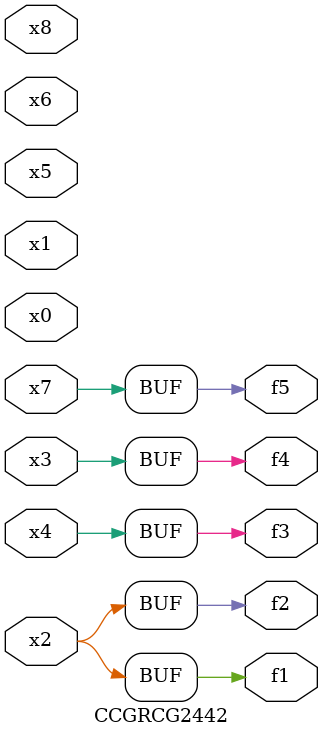
<source format=v>
module CCGRCG2442(
	input x0, x1, x2, x3, x4, x5, x6, x7, x8,
	output f1, f2, f3, f4, f5
);
	assign f1 = x2;
	assign f2 = x2;
	assign f3 = x4;
	assign f4 = x3;
	assign f5 = x7;
endmodule

</source>
